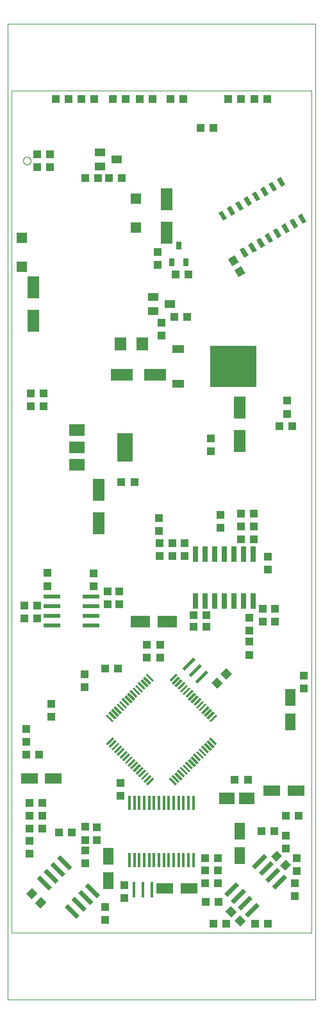
<source format=gbp>
G75*
%MOIN*%
%OFA0B0*%
%FSLAX25Y25*%
%IPPOS*%
%LPD*%
%AMOC8*
5,1,8,0,0,1.08239X$1,22.5*
%
%ADD10C,0.00000*%
%ADD11R,0.06299X0.11811*%
%ADD12R,0.04331X0.03937*%
%ADD13R,0.03937X0.04331*%
%ADD14R,0.04134X0.04252*%
%ADD15R,0.04252X0.04134*%
%ADD16R,0.11811X0.06299*%
%ADD17R,0.10236X0.06299*%
%ADD18R,0.05512X0.08661*%
%ADD19R,0.08661X0.05512*%
%ADD20R,0.07874X0.05906*%
%ADD21R,0.05512X0.05512*%
%ADD22R,0.02362X0.08661*%
%ADD23R,0.24409X0.21260*%
%ADD24R,0.06299X0.03937*%
%ADD25R,0.08661X0.02362*%
%ADD26R,0.02600X0.08000*%
%ADD27R,0.01181X0.04724*%
%ADD28R,0.02756X0.03937*%
%ADD29R,0.07900X0.05900*%
%ADD30R,0.07900X0.15000*%
%ADD31R,0.01500X0.07500*%
%ADD32R,0.05512X0.03937*%
%ADD33R,0.06299X0.07098*%
%ADD34R,0.01575X0.07874*%
%ADD35R,0.02362X0.04724*%
D10*
X0006236Y0001000D02*
X0006236Y0506906D01*
X0166236Y0506906D01*
X0166236Y0001000D01*
X0006236Y0001000D01*
X0008204Y0035646D02*
X0008204Y0472260D01*
X0164267Y0472260D01*
X0164267Y0035646D01*
X0008204Y0035646D01*
X0014267Y0436000D02*
X0014269Y0436088D01*
X0014275Y0436176D01*
X0014285Y0436264D01*
X0014299Y0436352D01*
X0014316Y0436438D01*
X0014338Y0436524D01*
X0014363Y0436608D01*
X0014393Y0436692D01*
X0014425Y0436774D01*
X0014462Y0436854D01*
X0014502Y0436933D01*
X0014546Y0437010D01*
X0014593Y0437085D01*
X0014643Y0437157D01*
X0014697Y0437228D01*
X0014753Y0437295D01*
X0014813Y0437361D01*
X0014875Y0437423D01*
X0014941Y0437483D01*
X0015008Y0437539D01*
X0015079Y0437593D01*
X0015151Y0437643D01*
X0015226Y0437690D01*
X0015303Y0437734D01*
X0015382Y0437774D01*
X0015462Y0437811D01*
X0015544Y0437843D01*
X0015628Y0437873D01*
X0015712Y0437898D01*
X0015798Y0437920D01*
X0015884Y0437937D01*
X0015972Y0437951D01*
X0016060Y0437961D01*
X0016148Y0437967D01*
X0016236Y0437969D01*
X0016324Y0437967D01*
X0016412Y0437961D01*
X0016500Y0437951D01*
X0016588Y0437937D01*
X0016674Y0437920D01*
X0016760Y0437898D01*
X0016844Y0437873D01*
X0016928Y0437843D01*
X0017010Y0437811D01*
X0017090Y0437774D01*
X0017169Y0437734D01*
X0017246Y0437690D01*
X0017321Y0437643D01*
X0017393Y0437593D01*
X0017464Y0437539D01*
X0017531Y0437483D01*
X0017597Y0437423D01*
X0017659Y0437361D01*
X0017719Y0437295D01*
X0017775Y0437228D01*
X0017829Y0437157D01*
X0017879Y0437085D01*
X0017926Y0437010D01*
X0017970Y0436933D01*
X0018010Y0436854D01*
X0018047Y0436774D01*
X0018079Y0436692D01*
X0018109Y0436608D01*
X0018134Y0436524D01*
X0018156Y0436438D01*
X0018173Y0436352D01*
X0018187Y0436264D01*
X0018197Y0436176D01*
X0018203Y0436088D01*
X0018205Y0436000D01*
X0018203Y0435912D01*
X0018197Y0435824D01*
X0018187Y0435736D01*
X0018173Y0435648D01*
X0018156Y0435562D01*
X0018134Y0435476D01*
X0018109Y0435392D01*
X0018079Y0435308D01*
X0018047Y0435226D01*
X0018010Y0435146D01*
X0017970Y0435067D01*
X0017926Y0434990D01*
X0017879Y0434915D01*
X0017829Y0434843D01*
X0017775Y0434772D01*
X0017719Y0434705D01*
X0017659Y0434639D01*
X0017597Y0434577D01*
X0017531Y0434517D01*
X0017464Y0434461D01*
X0017393Y0434407D01*
X0017321Y0434357D01*
X0017246Y0434310D01*
X0017169Y0434266D01*
X0017090Y0434226D01*
X0017010Y0434189D01*
X0016928Y0434157D01*
X0016844Y0434127D01*
X0016760Y0434102D01*
X0016674Y0434080D01*
X0016588Y0434063D01*
X0016500Y0434049D01*
X0016412Y0434039D01*
X0016324Y0434033D01*
X0016236Y0434031D01*
X0016148Y0434033D01*
X0016060Y0434039D01*
X0015972Y0434049D01*
X0015884Y0434063D01*
X0015798Y0434080D01*
X0015712Y0434102D01*
X0015628Y0434127D01*
X0015544Y0434157D01*
X0015462Y0434189D01*
X0015382Y0434226D01*
X0015303Y0434266D01*
X0015226Y0434310D01*
X0015151Y0434357D01*
X0015079Y0434407D01*
X0015008Y0434461D01*
X0014941Y0434517D01*
X0014875Y0434577D01*
X0014813Y0434639D01*
X0014753Y0434705D01*
X0014697Y0434772D01*
X0014643Y0434843D01*
X0014593Y0434915D01*
X0014546Y0434990D01*
X0014502Y0435067D01*
X0014462Y0435146D01*
X0014425Y0435226D01*
X0014393Y0435308D01*
X0014363Y0435392D01*
X0014338Y0435476D01*
X0014316Y0435562D01*
X0014299Y0435648D01*
X0014285Y0435736D01*
X0014275Y0435824D01*
X0014269Y0435912D01*
X0014267Y0436000D01*
D11*
X0019673Y0370286D03*
X0019673Y0352964D03*
X0053423Y0265286D03*
X0053423Y0247964D03*
X0088736Y0398589D03*
X0088736Y0415911D03*
X0126861Y0308099D03*
X0126861Y0290776D03*
D12*
X0127577Y0239750D03*
X0134270Y0239750D03*
X0141548Y0230596D03*
X0141548Y0223904D03*
X0145298Y0203721D03*
X0145298Y0197029D03*
X0131861Y0199034D03*
X0131861Y0192341D03*
X0131861Y0186534D03*
X0131861Y0179841D03*
X0109582Y0200375D03*
X0102889Y0200375D03*
X0091861Y0231091D03*
X0091861Y0237784D03*
X0085298Y0237784D03*
X0085298Y0231091D03*
X0084986Y0243904D03*
X0084986Y0250596D03*
X0072082Y0269438D03*
X0065389Y0269438D03*
X0050923Y0222159D03*
X0050923Y0215466D03*
X0064361Y0212784D03*
X0064361Y0206091D03*
X0046236Y0169659D03*
X0046236Y0162966D03*
X0028736Y0154346D03*
X0028736Y0147654D03*
X0022707Y0127875D03*
X0016014Y0127875D03*
X0015923Y0134529D03*
X0015923Y0141221D03*
X0017486Y0083409D03*
X0017486Y0076716D03*
X0046548Y0078409D03*
X0046548Y0071716D03*
X0052486Y0083591D03*
X0052486Y0090284D03*
X0014986Y0198591D03*
X0014986Y0205284D03*
X0084361Y0382029D03*
X0084361Y0388721D03*
X0093514Y0376937D03*
X0100207Y0376937D03*
X0086236Y0352159D03*
X0086236Y0345466D03*
G36*
X0123004Y0381353D02*
X0120839Y0385101D01*
X0124246Y0387069D01*
X0126411Y0383321D01*
X0123004Y0381353D01*
G37*
G36*
X0126350Y0375556D02*
X0124185Y0379304D01*
X0127592Y0381272D01*
X0129757Y0377524D01*
X0126350Y0375556D01*
G37*
X0151548Y0311534D03*
X0151548Y0304841D03*
X0150923Y0085909D03*
X0150923Y0079216D03*
G36*
X0127400Y0038982D02*
X0124339Y0042043D01*
X0127122Y0044826D01*
X0130183Y0041765D01*
X0127400Y0038982D01*
G37*
G36*
X0122667Y0043714D02*
X0119606Y0046775D01*
X0122389Y0049558D01*
X0125450Y0046497D01*
X0122667Y0043714D01*
G37*
X0115832Y0051625D03*
X0115611Y0061404D03*
X0115611Y0068096D03*
X0109139Y0051625D03*
X0028111Y0432654D03*
X0028111Y0439346D03*
X0021548Y0439346D03*
X0021548Y0432654D03*
D13*
X0031327Y0467875D03*
X0038020Y0467875D03*
X0044452Y0467875D03*
X0051145Y0467875D03*
X0061014Y0467875D03*
X0067707Y0467875D03*
X0074764Y0467875D03*
X0081457Y0467875D03*
X0091014Y0467875D03*
X0097707Y0467875D03*
X0106639Y0452875D03*
X0113332Y0452875D03*
X0121014Y0467875D03*
X0127707Y0467875D03*
X0134452Y0467875D03*
X0141145Y0467875D03*
X0099582Y0355062D03*
X0092889Y0355062D03*
X0111861Y0292159D03*
X0111861Y0285466D03*
X0116861Y0252471D03*
X0116861Y0245779D03*
X0127577Y0246312D03*
X0127577Y0252875D03*
X0134270Y0252875D03*
X0134270Y0246312D03*
X0138736Y0203721D03*
X0138736Y0197029D03*
X0160298Y0169034D03*
X0160298Y0162341D03*
X0157707Y0096312D03*
X0151014Y0096312D03*
X0144895Y0088500D03*
G36*
X0146202Y0078438D02*
X0148985Y0075655D01*
X0145924Y0072594D01*
X0143141Y0075377D01*
X0146202Y0078438D01*
G37*
G36*
X0150935Y0073705D02*
X0153718Y0070922D01*
X0150657Y0067861D01*
X0147874Y0070644D01*
X0150935Y0073705D01*
G37*
X0156548Y0074346D03*
X0156548Y0067654D03*
X0155611Y0061221D03*
X0155611Y0054529D03*
X0141457Y0040375D03*
X0134764Y0040375D03*
X0119933Y0040337D03*
X0113240Y0040337D03*
X0108736Y0061404D03*
X0108736Y0068096D03*
X0108827Y0074438D03*
X0115520Y0074438D03*
X0138202Y0088500D03*
X0109582Y0194437D03*
X0102889Y0194437D03*
X0098111Y0231091D03*
X0098111Y0237784D03*
X0063500Y0172525D03*
X0056807Y0172525D03*
X0058111Y0206091D03*
X0058111Y0212784D03*
X0024895Y0308813D03*
X0024895Y0315375D03*
X0018202Y0315375D03*
X0018202Y0308813D03*
X0021548Y0205284D03*
X0021548Y0198591D03*
X0024270Y0102875D03*
X0024270Y0096312D03*
X0024270Y0089750D03*
X0017577Y0089750D03*
X0017577Y0096312D03*
X0017577Y0102875D03*
G36*
X0018547Y0053074D02*
X0015764Y0055857D01*
X0018825Y0058918D01*
X0021608Y0056135D01*
X0018547Y0053074D01*
G37*
G36*
X0023280Y0048341D02*
X0020497Y0051124D01*
X0023558Y0054185D01*
X0026341Y0051402D01*
X0023280Y0048341D01*
G37*
X0066861Y0053591D03*
X0066861Y0060284D03*
X0147577Y0298188D03*
X0154270Y0298188D03*
X0065520Y0426937D03*
X0058827Y0426937D03*
X0053332Y0426937D03*
X0046639Y0426937D03*
D14*
X0078728Y0185062D03*
X0078728Y0178500D03*
X0085618Y0178500D03*
X0085618Y0185062D03*
G36*
X0118105Y0165177D02*
X0115182Y0162254D01*
X0112177Y0165259D01*
X0115100Y0168182D01*
X0118105Y0165177D01*
G37*
G36*
X0122977Y0170049D02*
X0120054Y0167126D01*
X0117049Y0170131D01*
X0119972Y0173054D01*
X0122977Y0170049D01*
G37*
X0124353Y0115062D03*
X0131243Y0115062D03*
X0039681Y0087562D03*
X0032791Y0087562D03*
D15*
X0046548Y0090695D03*
X0046548Y0083805D03*
X0056861Y0049132D03*
X0056861Y0042243D03*
X0064986Y0106618D03*
X0064986Y0113507D03*
X0026861Y0215368D03*
X0026861Y0222257D03*
D16*
X0065699Y0325063D03*
X0083022Y0325063D03*
D17*
X0089260Y0196937D03*
X0075087Y0196937D03*
D18*
X0058423Y0075424D03*
X0058423Y0062826D03*
X0126861Y0075638D03*
X0126861Y0088237D03*
X0153111Y0145013D03*
X0153111Y0157612D03*
D19*
X0156285Y0109437D03*
X0143687Y0109437D03*
X0100660Y0058812D03*
X0088062Y0058812D03*
X0030035Y0115687D03*
X0017437Y0115687D03*
D20*
X0120180Y0105375D03*
X0130416Y0105375D03*
D21*
X0072798Y0401332D03*
X0072798Y0416293D03*
X0013423Y0395980D03*
X0013423Y0381020D03*
D22*
G36*
X0039706Y0069807D02*
X0038036Y0068137D01*
X0031914Y0074259D01*
X0033584Y0075929D01*
X0039706Y0069807D01*
G37*
G36*
X0050646Y0051795D02*
X0048976Y0050125D01*
X0042854Y0056247D01*
X0044524Y0057917D01*
X0050646Y0051795D01*
G37*
G36*
X0054182Y0055330D02*
X0052512Y0053660D01*
X0046390Y0059782D01*
X0048060Y0061452D01*
X0054182Y0055330D01*
G37*
G36*
X0047111Y0048259D02*
X0045441Y0046589D01*
X0039319Y0052711D01*
X0040989Y0054381D01*
X0047111Y0048259D01*
G37*
G36*
X0043575Y0044724D02*
X0041905Y0043054D01*
X0035783Y0049176D01*
X0037453Y0050846D01*
X0043575Y0044724D01*
G37*
G36*
X0036170Y0066271D02*
X0034500Y0064601D01*
X0028378Y0070723D01*
X0030048Y0072393D01*
X0036170Y0066271D01*
G37*
G36*
X0032635Y0062735D02*
X0030965Y0061065D01*
X0024843Y0067187D01*
X0026513Y0068857D01*
X0032635Y0062735D01*
G37*
G36*
X0029099Y0059200D02*
X0027429Y0057530D01*
X0021307Y0063652D01*
X0022977Y0065322D01*
X0029099Y0059200D01*
G37*
G36*
X0124967Y0062058D02*
X0126637Y0060388D01*
X0120515Y0054266D01*
X0118845Y0055936D01*
X0124967Y0062058D01*
G37*
G36*
X0128502Y0058523D02*
X0130172Y0056853D01*
X0124050Y0050731D01*
X0122380Y0052401D01*
X0128502Y0058523D01*
G37*
G36*
X0132038Y0054987D02*
X0133708Y0053317D01*
X0127586Y0047195D01*
X0125916Y0048865D01*
X0132038Y0054987D01*
G37*
G36*
X0135573Y0051452D02*
X0137243Y0049782D01*
X0131121Y0043660D01*
X0129451Y0045330D01*
X0135573Y0051452D01*
G37*
G36*
X0142978Y0072999D02*
X0144648Y0071329D01*
X0138526Y0065207D01*
X0136856Y0066877D01*
X0142978Y0072999D01*
G37*
G36*
X0146514Y0069463D02*
X0148184Y0067793D01*
X0142062Y0061671D01*
X0140392Y0063341D01*
X0146514Y0069463D01*
G37*
G36*
X0150049Y0065928D02*
X0151719Y0064258D01*
X0145597Y0058136D01*
X0143927Y0059806D01*
X0150049Y0065928D01*
G37*
G36*
X0139443Y0076534D02*
X0141113Y0074864D01*
X0134991Y0068742D01*
X0133321Y0070412D01*
X0139443Y0076534D01*
G37*
D23*
X0123578Y0329438D03*
D24*
X0094838Y0338414D03*
X0094838Y0320461D03*
D25*
X0049597Y0210062D03*
X0049597Y0205062D03*
X0049597Y0200062D03*
X0049597Y0195062D03*
X0029125Y0195062D03*
X0029125Y0200062D03*
X0029125Y0205062D03*
X0029125Y0210062D03*
D26*
X0103736Y0207650D03*
X0108736Y0207650D03*
X0113736Y0207650D03*
X0118736Y0207650D03*
X0123736Y0207650D03*
X0128736Y0207650D03*
X0133736Y0207650D03*
X0133736Y0231850D03*
X0128736Y0231850D03*
X0123736Y0231850D03*
X0118736Y0231850D03*
X0113736Y0231850D03*
X0108736Y0231850D03*
X0103736Y0231850D03*
D27*
G36*
X0091070Y0165879D02*
X0090235Y0166714D01*
X0093574Y0170053D01*
X0094409Y0169218D01*
X0091070Y0165879D01*
G37*
G36*
X0092462Y0164487D02*
X0091627Y0165322D01*
X0094966Y0168661D01*
X0095801Y0167826D01*
X0092462Y0164487D01*
G37*
G36*
X0093854Y0163095D02*
X0093019Y0163930D01*
X0096358Y0167269D01*
X0097193Y0166434D01*
X0093854Y0163095D01*
G37*
G36*
X0095246Y0161703D02*
X0094411Y0162538D01*
X0097750Y0165877D01*
X0098585Y0165042D01*
X0095246Y0161703D01*
G37*
G36*
X0096638Y0160311D02*
X0095803Y0161146D01*
X0099142Y0164485D01*
X0099977Y0163650D01*
X0096638Y0160311D01*
G37*
G36*
X0098030Y0158919D02*
X0097195Y0159754D01*
X0100534Y0163093D01*
X0101369Y0162258D01*
X0098030Y0158919D01*
G37*
G36*
X0099422Y0157527D02*
X0098587Y0158362D01*
X0101926Y0161701D01*
X0102761Y0160866D01*
X0099422Y0157527D01*
G37*
G36*
X0100814Y0156135D02*
X0099979Y0156970D01*
X0103318Y0160309D01*
X0104153Y0159474D01*
X0100814Y0156135D01*
G37*
G36*
X0102206Y0154743D02*
X0101371Y0155578D01*
X0104710Y0158917D01*
X0105545Y0158082D01*
X0102206Y0154743D01*
G37*
G36*
X0103598Y0153351D02*
X0102763Y0154186D01*
X0106102Y0157525D01*
X0106937Y0156690D01*
X0103598Y0153351D01*
G37*
G36*
X0104990Y0151959D02*
X0104155Y0152794D01*
X0107494Y0156133D01*
X0108329Y0155298D01*
X0104990Y0151959D01*
G37*
G36*
X0106382Y0150567D02*
X0105547Y0151402D01*
X0108886Y0154741D01*
X0109721Y0153906D01*
X0106382Y0150567D01*
G37*
G36*
X0107774Y0149176D02*
X0106939Y0150011D01*
X0110278Y0153350D01*
X0111113Y0152515D01*
X0107774Y0149176D01*
G37*
G36*
X0109166Y0147784D02*
X0108331Y0148619D01*
X0111670Y0151958D01*
X0112505Y0151123D01*
X0109166Y0147784D01*
G37*
G36*
X0110558Y0146392D02*
X0109723Y0147227D01*
X0113062Y0150566D01*
X0113897Y0149731D01*
X0110558Y0146392D01*
G37*
G36*
X0111950Y0145000D02*
X0111115Y0145835D01*
X0114454Y0149174D01*
X0115289Y0148339D01*
X0111950Y0145000D01*
G37*
G36*
X0111044Y0136236D02*
X0111879Y0137071D01*
X0115218Y0133732D01*
X0114383Y0132897D01*
X0111044Y0136236D01*
G37*
G36*
X0109652Y0134844D02*
X0110487Y0135679D01*
X0113826Y0132340D01*
X0112991Y0131505D01*
X0109652Y0134844D01*
G37*
G36*
X0108260Y0133452D02*
X0109095Y0134287D01*
X0112434Y0130948D01*
X0111599Y0130113D01*
X0108260Y0133452D01*
G37*
G36*
X0106868Y0132060D02*
X0107703Y0132895D01*
X0111042Y0129556D01*
X0110207Y0128721D01*
X0106868Y0132060D01*
G37*
G36*
X0105476Y0130668D02*
X0106311Y0131503D01*
X0109650Y0128164D01*
X0108815Y0127329D01*
X0105476Y0130668D01*
G37*
G36*
X0104084Y0129276D02*
X0104919Y0130111D01*
X0108258Y0126772D01*
X0107423Y0125937D01*
X0104084Y0129276D01*
G37*
G36*
X0102692Y0127884D02*
X0103527Y0128719D01*
X0106866Y0125380D01*
X0106031Y0124545D01*
X0102692Y0127884D01*
G37*
G36*
X0101300Y0126492D02*
X0102135Y0127327D01*
X0105474Y0123988D01*
X0104639Y0123153D01*
X0101300Y0126492D01*
G37*
G36*
X0099908Y0125100D02*
X0100743Y0125935D01*
X0104082Y0122596D01*
X0103247Y0121761D01*
X0099908Y0125100D01*
G37*
G36*
X0098516Y0123709D02*
X0099351Y0124544D01*
X0102690Y0121205D01*
X0101855Y0120370D01*
X0098516Y0123709D01*
G37*
G36*
X0097124Y0122317D02*
X0097959Y0123152D01*
X0101298Y0119813D01*
X0100463Y0118978D01*
X0097124Y0122317D01*
G37*
G36*
X0095732Y0120925D02*
X0096567Y0121760D01*
X0099906Y0118421D01*
X0099071Y0117586D01*
X0095732Y0120925D01*
G37*
G36*
X0094341Y0119533D02*
X0095176Y0120368D01*
X0098515Y0117029D01*
X0097680Y0116194D01*
X0094341Y0119533D01*
G37*
G36*
X0092949Y0118141D02*
X0093784Y0118976D01*
X0097123Y0115637D01*
X0096288Y0114802D01*
X0092949Y0118141D01*
G37*
G36*
X0091557Y0116749D02*
X0092392Y0117584D01*
X0095731Y0114245D01*
X0094896Y0113410D01*
X0091557Y0116749D01*
G37*
G36*
X0090165Y0115357D02*
X0091000Y0116192D01*
X0094339Y0112853D01*
X0093504Y0112018D01*
X0090165Y0115357D01*
G37*
G36*
X0081542Y0116263D02*
X0082377Y0115428D01*
X0079038Y0112089D01*
X0078203Y0112924D01*
X0081542Y0116263D01*
G37*
G36*
X0080151Y0117655D02*
X0080986Y0116820D01*
X0077647Y0113481D01*
X0076812Y0114316D01*
X0080151Y0117655D01*
G37*
G36*
X0078759Y0119046D02*
X0079594Y0118211D01*
X0076255Y0114872D01*
X0075420Y0115707D01*
X0078759Y0119046D01*
G37*
G36*
X0077367Y0120438D02*
X0078202Y0119603D01*
X0074863Y0116264D01*
X0074028Y0117099D01*
X0077367Y0120438D01*
G37*
G36*
X0075975Y0121830D02*
X0076810Y0120995D01*
X0073471Y0117656D01*
X0072636Y0118491D01*
X0075975Y0121830D01*
G37*
G36*
X0074583Y0123222D02*
X0075418Y0122387D01*
X0072079Y0119048D01*
X0071244Y0119883D01*
X0074583Y0123222D01*
G37*
G36*
X0073191Y0124614D02*
X0074026Y0123779D01*
X0070687Y0120440D01*
X0069852Y0121275D01*
X0073191Y0124614D01*
G37*
G36*
X0071799Y0126006D02*
X0072634Y0125171D01*
X0069295Y0121832D01*
X0068460Y0122667D01*
X0071799Y0126006D01*
G37*
G36*
X0070407Y0127398D02*
X0071242Y0126563D01*
X0067903Y0123224D01*
X0067068Y0124059D01*
X0070407Y0127398D01*
G37*
G36*
X0069015Y0128790D02*
X0069850Y0127955D01*
X0066511Y0124616D01*
X0065676Y0125451D01*
X0069015Y0128790D01*
G37*
G36*
X0067623Y0130182D02*
X0068458Y0129347D01*
X0065119Y0126008D01*
X0064284Y0126843D01*
X0067623Y0130182D01*
G37*
G36*
X0066231Y0131574D02*
X0067066Y0130739D01*
X0063727Y0127400D01*
X0062892Y0128235D01*
X0066231Y0131574D01*
G37*
G36*
X0064839Y0132966D02*
X0065674Y0132131D01*
X0062335Y0128792D01*
X0061500Y0129627D01*
X0064839Y0132966D01*
G37*
G36*
X0063447Y0134358D02*
X0064282Y0133523D01*
X0060943Y0130184D01*
X0060108Y0131019D01*
X0063447Y0134358D01*
G37*
G36*
X0062055Y0135750D02*
X0062890Y0134915D01*
X0059551Y0131576D01*
X0058716Y0132411D01*
X0062055Y0135750D01*
G37*
G36*
X0060663Y0137142D02*
X0061498Y0136307D01*
X0058159Y0132968D01*
X0057324Y0133803D01*
X0060663Y0137142D01*
G37*
G36*
X0061357Y0145835D02*
X0060522Y0145000D01*
X0057183Y0148339D01*
X0058018Y0149174D01*
X0061357Y0145835D01*
G37*
G36*
X0062749Y0147227D02*
X0061914Y0146392D01*
X0058575Y0149731D01*
X0059410Y0150566D01*
X0062749Y0147227D01*
G37*
G36*
X0064141Y0148619D02*
X0063306Y0147784D01*
X0059967Y0151123D01*
X0060802Y0151958D01*
X0064141Y0148619D01*
G37*
G36*
X0065533Y0150011D02*
X0064698Y0149176D01*
X0061359Y0152515D01*
X0062194Y0153350D01*
X0065533Y0150011D01*
G37*
G36*
X0066925Y0151402D02*
X0066090Y0150567D01*
X0062751Y0153906D01*
X0063586Y0154741D01*
X0066925Y0151402D01*
G37*
G36*
X0068317Y0152794D02*
X0067482Y0151959D01*
X0064143Y0155298D01*
X0064978Y0156133D01*
X0068317Y0152794D01*
G37*
G36*
X0069709Y0154186D02*
X0068874Y0153351D01*
X0065535Y0156690D01*
X0066370Y0157525D01*
X0069709Y0154186D01*
G37*
G36*
X0071101Y0155578D02*
X0070266Y0154743D01*
X0066927Y0158082D01*
X0067762Y0158917D01*
X0071101Y0155578D01*
G37*
G36*
X0072492Y0156970D02*
X0071657Y0156135D01*
X0068318Y0159474D01*
X0069153Y0160309D01*
X0072492Y0156970D01*
G37*
G36*
X0073884Y0158362D02*
X0073049Y0157527D01*
X0069710Y0160866D01*
X0070545Y0161701D01*
X0073884Y0158362D01*
G37*
G36*
X0075276Y0159754D02*
X0074441Y0158919D01*
X0071102Y0162258D01*
X0071937Y0163093D01*
X0075276Y0159754D01*
G37*
G36*
X0076668Y0161146D02*
X0075833Y0160311D01*
X0072494Y0163650D01*
X0073329Y0164485D01*
X0076668Y0161146D01*
G37*
G36*
X0078060Y0162538D02*
X0077225Y0161703D01*
X0073886Y0165042D01*
X0074721Y0165877D01*
X0078060Y0162538D01*
G37*
G36*
X0079452Y0163930D02*
X0078617Y0163095D01*
X0075278Y0166434D01*
X0076113Y0167269D01*
X0079452Y0163930D01*
G37*
G36*
X0080844Y0165322D02*
X0080009Y0164487D01*
X0076670Y0167826D01*
X0077505Y0168661D01*
X0080844Y0165322D01*
G37*
G36*
X0082236Y0166714D02*
X0081401Y0165879D01*
X0078062Y0169218D01*
X0078897Y0170053D01*
X0082236Y0166714D01*
G37*
D28*
X0091558Y0383232D03*
X0095298Y0391893D03*
X0099038Y0383232D03*
D29*
X0042273Y0296350D03*
X0042273Y0287350D03*
X0042273Y0278350D03*
D30*
X0067073Y0287250D03*
D31*
X0069572Y0102960D03*
X0072131Y0102960D03*
X0074690Y0102960D03*
X0077250Y0102960D03*
X0079809Y0102960D03*
X0082368Y0102960D03*
X0084927Y0102960D03*
X0087486Y0102960D03*
X0090045Y0102960D03*
X0092604Y0102960D03*
X0095163Y0102960D03*
X0097722Y0102960D03*
X0100281Y0102960D03*
X0102840Y0102960D03*
X0102840Y0073415D03*
X0100281Y0073415D03*
X0097722Y0073415D03*
X0095163Y0073415D03*
X0092604Y0073415D03*
X0090045Y0073415D03*
X0087486Y0073415D03*
X0084927Y0073415D03*
X0082368Y0073415D03*
X0079809Y0073415D03*
X0077250Y0073415D03*
X0074690Y0073415D03*
X0072131Y0073415D03*
X0069572Y0073415D03*
D32*
X0081905Y0357885D03*
X0081905Y0365365D03*
X0090566Y0361625D03*
X0062754Y0436625D03*
X0054093Y0432885D03*
X0054093Y0440365D03*
D33*
X0065012Y0341000D03*
X0076209Y0341000D03*
D34*
G36*
X0102714Y0178397D02*
X0103827Y0177284D01*
X0098260Y0171717D01*
X0097147Y0172830D01*
X0102714Y0178397D01*
G37*
G36*
X0106054Y0175057D02*
X0107167Y0173944D01*
X0101600Y0168377D01*
X0100487Y0169490D01*
X0106054Y0175057D01*
G37*
G36*
X0109395Y0171716D02*
X0110508Y0170603D01*
X0104941Y0165036D01*
X0103828Y0166149D01*
X0109395Y0171716D01*
G37*
X0081273Y0057875D03*
X0076548Y0057875D03*
X0071824Y0057875D03*
D35*
G36*
X0131409Y0386988D02*
X0129364Y0385807D01*
X0127003Y0389898D01*
X0129048Y0391079D01*
X0131409Y0386988D01*
G37*
G36*
X0135740Y0389488D02*
X0133695Y0388307D01*
X0131334Y0392398D01*
X0133379Y0393579D01*
X0135740Y0389488D01*
G37*
G36*
X0140070Y0391988D02*
X0138025Y0390807D01*
X0135664Y0394898D01*
X0137709Y0396079D01*
X0140070Y0391988D01*
G37*
G36*
X0144400Y0394488D02*
X0142355Y0393307D01*
X0139994Y0397398D01*
X0142039Y0398579D01*
X0144400Y0394488D01*
G37*
G36*
X0148730Y0396988D02*
X0146685Y0395807D01*
X0144324Y0399898D01*
X0146369Y0401079D01*
X0148730Y0396988D01*
G37*
G36*
X0153060Y0399488D02*
X0151015Y0398307D01*
X0148654Y0402398D01*
X0150699Y0403579D01*
X0153060Y0399488D01*
G37*
G36*
X0157390Y0401988D02*
X0155345Y0400807D01*
X0152984Y0404898D01*
X0155029Y0406079D01*
X0157390Y0401988D01*
G37*
G36*
X0161720Y0404488D02*
X0159675Y0403307D01*
X0157314Y0407398D01*
X0159359Y0408579D01*
X0161720Y0404488D01*
G37*
G36*
X0150697Y0423581D02*
X0148652Y0422400D01*
X0146291Y0426491D01*
X0148336Y0427672D01*
X0150697Y0423581D01*
G37*
G36*
X0146367Y0421081D02*
X0144322Y0419900D01*
X0141961Y0423991D01*
X0144006Y0425172D01*
X0146367Y0421081D01*
G37*
G36*
X0142037Y0418581D02*
X0139992Y0417400D01*
X0137631Y0421491D01*
X0139676Y0422672D01*
X0142037Y0418581D01*
G37*
G36*
X0137706Y0416081D02*
X0135661Y0414900D01*
X0133300Y0418991D01*
X0135345Y0420172D01*
X0137706Y0416081D01*
G37*
G36*
X0133376Y0413581D02*
X0131331Y0412400D01*
X0128970Y0416491D01*
X0131015Y0417672D01*
X0133376Y0413581D01*
G37*
G36*
X0129046Y0411081D02*
X0127001Y0409900D01*
X0124640Y0413991D01*
X0126685Y0415172D01*
X0129046Y0411081D01*
G37*
G36*
X0124716Y0408581D02*
X0122671Y0407400D01*
X0120310Y0411491D01*
X0122355Y0412672D01*
X0124716Y0408581D01*
G37*
G36*
X0120386Y0406081D02*
X0118341Y0404900D01*
X0115980Y0408991D01*
X0118025Y0410172D01*
X0120386Y0406081D01*
G37*
M02*

</source>
